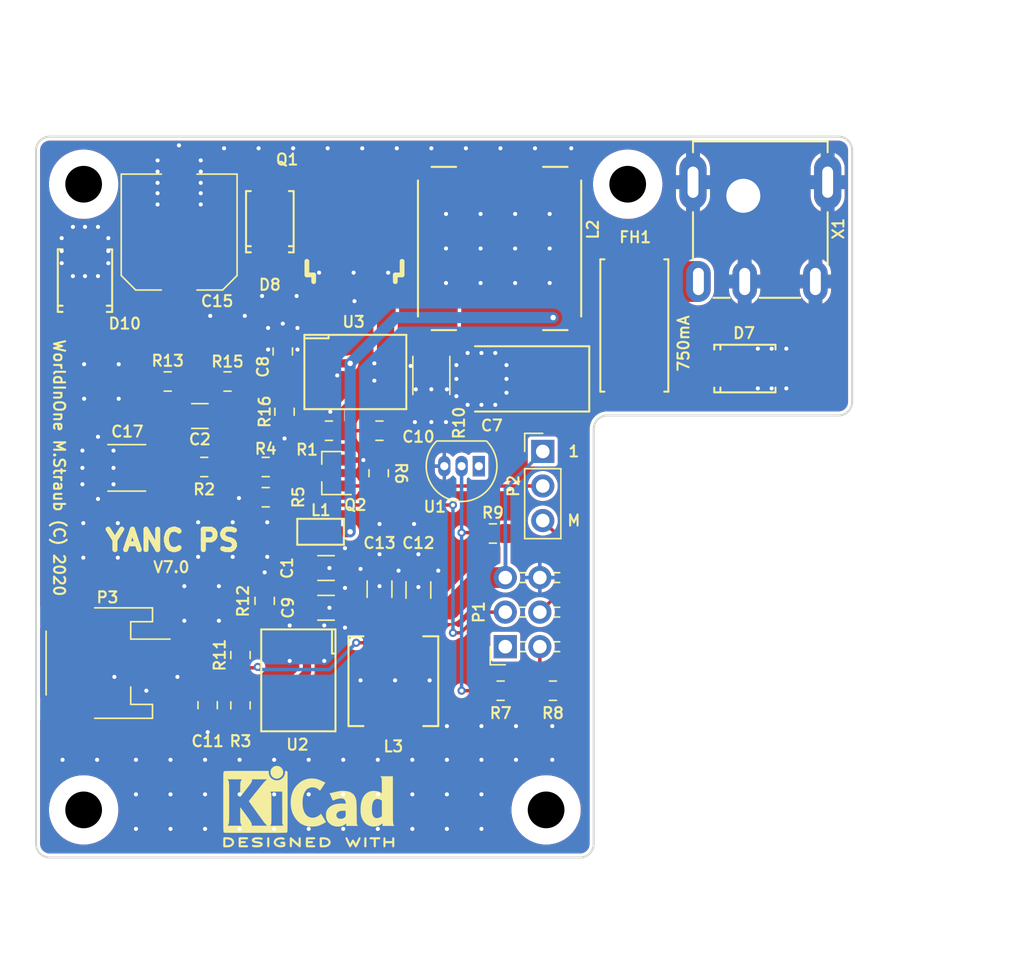
<source format=kicad_pcb>
(kicad_pcb (version 20221018) (generator pcbnew)
  (layers (0 "F.Cu" signal "Top") (31 "B.Cu" signal "Bottom") (35 "F.Paste" user) (37 "F.SilkS" user "F.Silkscreen") (38 "B.Mask" user) (39 "F.Mask" user) (44 "Edge.Cuts" user))
  (net 0 "")
  (net 1 "GND")
  (net 2 "Net-(C10-Pad1)")
  (net 3 "Net-(D8-Pad2)")
  (net 4 "Net-(FH1-Pad1)")
  (net 5 "Net-(Q1-Pad2)")
  (net 6 "Net-(Q1-Pad1)")
  (net 7 "Net-(R13-Pad1)")
  (net 8 "Net-(R2-Pad1)")
  (net 9 "/170V")
  (net 10 "/UIN")
  (net 11 "Net-(Q2-Pad3)")
  (net 12 "/HVON")
  (net 13 "/U170V")
  (net 14 "/CASETEMP")
  (net 15 "Net-(R7-Pad1)")
  (net 16 "Net-(P2-Pad2)")
  (net 17 "Net-(C2-Pad2)")
  (net 18 "/5V")
  (net 19 "Net-(U1-Pad1)")
  (net 20 "/UB")
  (net 21 "Net-(L3-Pad1)")
  (net 22 "Net-(R3-Pad2)")
  (net 23 "Net-(R11-Pad1)")
  (net 24 "Net-(C11-Pad2)")
  (net 25 "Net-(P1-Pad1)")
  (footprint "Resistor_SMD:R_0805_2012Metric" (layer "F.Cu") (at 114.8865 97.79 180)
    (fp_text reference "R4")
    (fp_text value "10K")
  )
  (footprint "Mounting_Holes:MountingHole_2.7mm_M2.5_DIN965" (layer "F.Cu") (at 101.5 77)
    (fp_text reference "MH4" hide)
    (fp_text value "Mounting_Hole")
  )
  (footprint "Resistor_SMD:R_0805_2012Metric" (layer "F.Cu") (at 119.53225 95.1215)
    (fp_text reference "R1")
    (fp_text value "22K")
  )
  (footprint "Capacitor_SMD:C_1206_3216Metric_95" (layer "F.Cu") (at 119.3195 105.2195 180)
    (fp_text reference "C1")
    (fp_text value "22µ")
  )
  (footprint "Capacitor_SMD:C_Elec_8x10.2" (layer "F.Cu") (at 108.5215 80.518 90)
    (fp_text reference "C15")
    (fp_text value "3.3µ")
  )
  (footprint "WIO_Mech:PJ-051A" (layer "F.Cu") (at 150 77.851 -90)
    (fp_text reference "X1")
    (fp_text value "PJ-051A")
  )
  (footprint "Resistor_SMD:R_0805_2012Metric" (layer "F.Cu") (at 110.363 97.79 180)
    (fp_text reference "R2")
    (fp_text value "470K")
  )
  (footprint "Resistor_SMD:R_0805_2012Metric" (layer "F.Cu") (at 113.03 111.618 -90)
    (fp_text reference "R11")
    (fp_text value "52.3K")
  )
  (footprint "Connector_PinSocket_2.54mm:PinSocket_2x03_P2.54mm_Horizontal" (layer "F.Cu") (at 132.5 111 180)
    (fp_text reference "P1")
    (fp_text value "FE03-2W")
  )
  (footprint "Capacitor_SMD:C_1206_3216Metric_95" (layer "F.Cu") (at 126.111 106.8345 -90)
    (fp_text reference "C12")
    (fp_text value "22µ")
  )
  (footprint "Resistor_SMD:R_0805_2012Metric" (layer "F.Cu") (at 113.03 115.316 -90)
    (fp_text reference "R3")
    (fp_text value "22K")
  )
  (footprint "Mounting_Holes:MountingHole_2.7mm_M2.5_DIN965" (layer "F.Cu") (at 101.5 123)
    (fp_text reference "MH1" hide)
    (fp_text value "Mounting_Hole")
  )
  (footprint "TO_SOT_Packages_SMD:SOT-23" (layer "F.Cu") (at 119.768 98.2345 180)
    (fp_text reference "Q2")
    (fp_text value "BSS138")
  )
  (footprint "Resistor_SMD:R_0805_2012Metric" (layer "F.Cu") (at 114.808 107.6325 -90)
    (fp_text reference "R12")
    (fp_text value "10K")
  )
  (footprint "TO_SOT_Packages_THT:TO-92_Inline_Narrow_Oval" (layer "F.Cu") (at 130.556 97.7265 180)
    (fp_text reference "U1")
    (fp_text value "LM335Z")
  )
  (footprint "Housings_SOIC:SOIC-8_3.9x4.9mm_Pitch1.27mm" (layer "F.Cu") (at 117.2845 113.4745 -90)
    (fp_text reference "U2")
    (fp_text value "AOZ1015AI")
  )
  (footprint "Capacitor_SMD:C_1812_4532Metric" (layer "F.Cu") (at 104.6695 97.8535 180)
    (fp_text reference "C17")
    (fp_text value "100N")
  )
  (footprint "Resistor_SMD:R_2010_5025Metric" (layer "F.Cu") (at 127.0635 91.059 -90)
    (fp_text reference "R10")
    (fp_text value "0.05E")
  )
  (footprint "Diodes_SMD:SMA_Standard" (layer "F.Cu") (at 115.189 79.756 90)
    (fp_text reference "D8")
    (fp_text value "ES1G")
  )
  (footprint "Resistor_SMD:R_0805_2012Metric" (layer "F.Cu") (at 116.2685 93.726 90)
    (fp_text reference "R16")
    (fp_text value "8.2K")
  )
  (footprint "Capacitor_SMD:C_0805_2012Metric_60" (layer "F.Cu") (at 123.24525 95.1215 180)
    (fp_text reference "C10")
    (fp_text value "100N")
  )
  (footprint "Capacitor_SMD:C_0805_2012Metric_60" (layer "F.Cu") (at 110.617 115.301 90)
    (fp_text reference "C11")
    (fp_text value "2.7N")
  )
  (footprint "Mounting_Holes:MountingHole_2.7mm_M2.5_DIN965" (layer "F.Cu") (at 135.5 123)
    (fp_text reference "MH2" hide)
    (fp_text value "Mounting_Hole")
  )
  (footprint "Diodes_SMD:SMB_Standard" (layer "F.Cu") (at 101.6 84.08416 90)
    (fp_text reference "D10")
    (fp_text value "SMBJ5388B")
  )
  (footprint "Resistor_SMD:R_0805_2012Metric" (layer "F.Cu") (at 136.002 114.2365)
    (fp_text reference "R8")
    (fp_text value "10K")
  )
  (footprint "Inductors_SMD:Inductor_0630" (layer "F.Cu") (at 124.2695 113.538 90)
    (fp_text reference "L3")
    (fp_text value "10µ")
  )
  (footprint "Capacitor_SMD:C_1206_3216Metric_95" (layer "F.Cu") (at 123.2535 106.771 -90)
    (fp_text reference "C13")
    (fp_text value "22µ")
  )
  (footprint "Resistor_SMD:R_0805_2012Metric" (layer "F.Cu") (at 107.681 91.5035 180)
    (fp_text reference "R13")
    (fp_text value "470K")
  )
  (footprint "Capacitors_Tantalum_SMD:Tantalum_Case-D_EIA-7343-31_Reflow" (layer "F.Cu") (at 133.9215 91.313 180)
    (fp_text reference "C7")
    (fp_text value "100µ")
  )
  (footprint "Diodes_SMD:SMA_Standard" (layer "F.Cu") (at 150.114 90.551)
    (fp_text reference "D7")
    (fp_text value "SS34")
  )
  (footprint "Mounting_Holes:MountingHole_2.7mm_M2.5_DIN965" (layer "F.Cu") (at 141.5 77)
    (fp_text reference "MH3" hide)
    (fp_text value "Mounting_Hole")
  )
  (footprint "Housings_SOIC:SOIC-8_3.9x4.9mm_Pitch1.27mm" (layer "F.Cu") (at 121.4755 90.805)
    (fp_text reference "U3")
    (fp_text value "MAX1771")
  )
  (footprint "Resistor_SMD:R_0805_2012Metric" (layer "F.Cu") (at 112.0775 91.5035 180)
    (fp_text reference "R15")
    (fp_text value "470K")
  )
  (footprint "Connector_JST:JST_PH_S2B-PH-SM4-TB_1x02-1MP_P2.00mm_Horizontal" (layer "F.Cu") (at 103.251 112.2045 -90)
    (fp_text reference "P3")
    (fp_text value "JSTPHMHS-2")
  )
  (footprint "Resistor_SMD:R_0805_2012Metric" (layer "F.Cu") (at 123.19 98.2495 -90)
    (fp_text reference "R6")
    (fp_text value "10K")
  )
  (footprint "Capacitor_SMD:C_1206_3216Metric_95" (layer "F.Cu") (at 119.3195 108.1405 180)
    (fp_text reference "C9")
    (fp_text value "22µ")
  )
  (footprint "Capacitor_SMD:C_1206_3216Metric_95" (layer "F.Cu") (at 110.0455 94.0435)
    (fp_text reference "C2")
    (fp_text value "100P")
  )
  (footprint "Inductors_SMD:INDC2012X110" (layer "F.Cu") (at 118.9195 102.5525 180)
    (fp_text reference "L1")
    (fp_text value "FB0805")
  )
  (footprint "Resistor_SMD:R_0805_2012Metric" (layer "F.Cu") (at 131.587 102.6795 180)
    (fp_text reference "R9")
    (fp_text value "1K")
  )
  (footprint "Capacitor_SMD:C_0805_2012Metric_60" (layer "F.Cu") (at 116.1415 89.296 90)
    (fp_text reference "C8")
    (fp_text value "100N")
  )
  (footprint "Connector_PinHeader_2.54mm:PinHeader_1x03_P2.54mm_Vertical" (layer "F.Cu") (at 135.255 96.647)
    (fp_text reference "P2")
    (fp_text value "MA03-1")
  )
  (footprint "Resistor_SMD:R_0805_2012Metric" (layer "F.Cu") (at 132.1585 114.2365)
    (fp_text reference "R7")
    (fp_text value "15K")
  )
  (footprint "Inductors_SMD:CDRH127" (layer "F.Cu") (at 132.08 81.7245 180)
    (fp_text reference "L2")
    (fp_text value "100µ")
  )
  (footprint "Symbol:KiCad-Logo2_5mm_SilkScreen" (layer "F.Cu") (at 118.0465 122.7455)
    (fp_text reference "REF**" hide)
    (fp_text value "KiCad-Logo2_5mm_SilkScreen" hide)
  )
  (footprint "Housings_TO_SOT_SMD:TO-252" (layer "F.Cu") (at 121.412 82.167 90)
    (fp_text reference "Q1")
    (fp_text value "FQD18N20")
  )
  (footprint "Resistor_SMD:R_0805_2012Metric" (layer "F.Cu") (at 114.8865 100.0125)
    (fp_text reference "R5")
    (fp_text value "3.9K")
  )
  (footprint "Fuse_Holders_and_Fuses:Littelfuse_Nano2_1808_Fuse_Holder_SMD" (layer "F.Cu") (at 141.986 87.386 -90)
    (fp_text reference "FH1")
    (fp_text value "FH1808")
  )
  (gr_line (start 158 93) (end 158 74.5) (stroke (width 0.15)) (layer "Edge.Cuts"))
  (gr_line (start 157 73.5) (end 99 73.5) (stroke (width 0.1524)) (layer "Edge.Cuts"))
  (gr_arc (start 157 73.5) (mid 157.707107 73.792893) (end 158 74.5) (stroke (width 0.1524)) (layer "Edge.Cuts"))
  (gr_line (start 140 94) (end 157 94) (stroke (width 0.1524)) (layer "Edge.Cuts"))
  (gr_arc (start 139 95) (mid 139.292893 94.292893) (end 140 94) (stroke (width 0.15)) (layer "Edge.Cuts"))
  (gr_line (start 138 126.5) (end 99 126.5) (stroke (width 0.1524)) (layer "Edge.Cuts"))
  (gr_arc (start 99 126.5) (mid 98.292893 126.207107) (end 98 125.5) (stroke (width 0.15)) (layer "Edge.Cuts"))
  (gr_arc (start 139 125.5) (mid 138.707107 126.207107) (end 138 126.5) (stroke (width 0.15)) (layer "Edge.Cuts"))
  (gr_arc (start 98 74.5) (mid 98.292893 73.792893) (end 99 73.5) (stroke (width 0.15)) (layer "Edge.Cuts"))
  (gr_line (start 139 125.5) (end 139 95) (stroke (width 0.1524)) (layer "Edge.Cuts"))
  (gr_line (start 98 74.5) (end 98 125.5) (stroke (width 0.1524)) (layer "Edge.Cuts"))
  (gr_arc (start 158 93) (mid 157.707107 93.707107) (end 157 94) (stroke (width 0.15)) (layer "Edge.Cuts"))
  (gr_text "YANC PS" (at 108.0135 103.1875) (layer "F.SilkS") (effects (font (size 1.5 1.5) (thickness 0.375))))
  (gr_text "1" (at 137.541 96.647) (layer "F.SilkS") (effects (font (size 0.8128 0.8128) (thickness 0.1524))))
  (gr_text "M" (at 137.541 101.727) (layer "F.SilkS") (effects (font (size 0.8128 0.8128) (thickness 0.1524))))
  (gr_text "WorldInOne M.Straub (C) 2020" (at 99.695 97.8535 270) (layer "F.SilkS") (effects (font (size 0.8128 0.8128) (thickness 0.1524))))
  (gr_text "V7.0" (at 107.95 105.156) (layer "F.SilkS") (effects (font (size 0.8128 0.8128) (thickness 0.1524))))
  (gr_text "750mA" (at 145.6055 88.7095 90) (layer "F.SilkS") (effects (font (size 0.8128 0.8128) (thickness 0.1524))))
  (segment (start 100.711 83.7565) (end 100.711 80.137) (width 0.4064) (layer "F.Cu") (net 1))
  (segment (start 108.5088 74.1426) (end 108.5088 76.9053) (width 0.4064) (layer "F.Cu") (net 1))
  (segment (start 115.8575 88.3585) (end 115.062 89.154) (width 0.4064) (layer "F.Cu") (net 1))
  (segment (start 153.0985 90.551) (end 152.11298 90.551) (width 0.4064) (layer "F.Cu") (net 1))
  (segment (start 99.8855 81.915) (end 101.57968 81.915) (width 0.4064) (layer "F.Cu") (net 1))
  (segment (start 116.4255 88.3585) (end 117.221 89.154) (width 0.4064) (layer "F.Cu") (net 1))
  (segment (start 115.854 88.3585) (end 115.062 87.5665) (width 0.4064) (layer "F.Cu") (net 1))
  (segment (start 120.7135 106.68) (end 120.7135 108.1345) (width 0.4064) (layer "F.Cu") (net 1))
  (segment (start 132.588 90.297) (end 131.7625 90.297) (width 0.4064) (layer "F.Cu") (net 1))
  (segment (start 106.934 77.6605) (end 110.109 77.6605) (width 0.4064) (layer "F.Cu") (net 1))
  (segment (start 127.0635 93.309) (end 127.0635 94.488) (width 0.4064) (layer "F.Cu") (net 1))
  (segment (start 153.162 90.551) (end 152.11298 90.551) (width 0.4064) (layer "F.Cu") (net 1))
  (segment (start 129.7305 93.218) (end 129.7305 92.329) (width 0.4064) (layer "F.Cu") (net 1))
  (segment (start 106.934 78.486) (end 110.109 78.486) (width 0.4064) (layer "F.Cu") (net 1))
  (segment (start 129.7305 89.408) (end 129.7305 90.297) (width 0.4064) (layer "F.Cu") (net 1))
  (segment (start 126.111 106.6165) (end 126.111 105.4345) (width 0.4064) (layer "F.Cu") (net 1))
  (segment (start 121.8565 105.283) (end 123.1655 105.283) (width 0.4064) (layer "F.Cu") (net 1))
  (segment (start 119.1895 110.7745) (end 119.1895 112.0445) (width 0.4064) (layer "F.Cu") (net 1))
  (segment (start 125.8525 94.488) (end 125.8845 94.488) (width 0.4064) (layer "F.Cu") (net 1))
  (segment (start 119.5705 108.1405) (end 120.7195 108.1405) (width 0.4064) (layer "F.Cu") (net 1))
  (segment (start 128.1385 94.488) (end 128.1385 94.384) (width 0.4064) (layer "F.Cu") (net 1))
  (segment (start 110.109 76.8985) (end 108.541 76.8985) (width 0.4064) (layer "F.Cu") (net 1))
  (segment (start 101.6 83.7565) (end 101.6 81.93532) (width 0.4064) (layer "F.Cu") (net 1))
  (segment (start 103.3145 82.804) (end 99.8855 82.804) (width 0.4064) (layer "F.Cu") (net 1))
  (segment (start 116.1415 87.249) (end 116.1415 88.3585) (width 0.4064) (layer "F.Cu") (net 1))
  (segment (start 120.9205 97.282) (end 122.06761 97.282) (width 0.4064) (layer "F.Cu") (net 1))
  (segment (start 124.1755 90.17) (end 125.349 90.17) (width 0.4064) (layer "F.Cu") (net 1))
  (segment (start 103.3145 81.915) (end 101.62032 81.915) (width 0.4064) (layer "F.Cu") (net 1))
  (segment (start 112.918 100.076) (end 113.8855 100.076) (width 0.4064) (layer "F.Cu") (net 1))
  (segment (start 127.0635 93.309) (end 127.0635 92.075) (width 0.4064) (layer "F.Cu") (net 1))
  (segment (start 106.934 75.2475) (end 110.109 75.2475) (width 0.4064) (layer "F.Cu") (net 1))
  (segment (start 153.162 92.0115) (end 153.162 90.6145) (width 0.4064) (layer "F.Cu") (net 1))
  (segment (start 116.6495 109.441) (end 116.6495 110.7745) (width 0.4064) (layer "F.Cu") (net 1))
  (segment (start 106.934 76.073) (end 110.109 76.073) (width 0.4064) (layer "F.Cu") (net 1))
  (segment (start 127.5715 105.41) (end 126.1355 105.41) (width 0.4064) (layer "F.Cu") (net 1))
  (segment (start 125.349 90.17) (end 125.5395 90.3605) (width 0.4064) (layer "F.Cu") (net 1))
  (segment (start 101.4095 96.5835) (end 103.6955 96.5835) (width 0.4064) (layer "F.Cu") (net 1))
  (segment (start 120.7195 105.2195) (end 121.793 105.2195) (width 0.4064) (layer "F.Cu") (net 1))
  (segment (start 120.7135 103.759) (end 120.7135 105.2135) (width 0.4064) (layer "F.Cu") (net 1))
  (segment (start 128.2065 92.166) (end 127.0635 93.309) (width 0.4064) (layer "F.Cu") (net 1))
  (segment (start 151.0665 89.0905) (end 151.0665 90.551) (width 0.4064) (layer "F.Cu") (net 1))
  (segment (start 120.7135 109.601) (end 120.7135 108.1465) (width 0.4064) (layer "F.Cu") (net 1))
  (segment (start 103.759 113.2205) (end 108.3945 113.2205) (width 0.4064) (layer "F.Cu") (net 1))
  (segment (start 120.7135 106.68) (end 120.7135 105.2255) (width 0.4064) (layer "F.Cu") (net 1))
  (segment (start 122.8725 91.44) (end 124.1755 91.44) (width 0.4064) (layer "F.Cu") (net 1))
  (segment (start 125.9205 92.166) (end 127.0635 93.309) (width 0.4064) (layer "F.Cu") (net 1))
  (segment (start 125.8845 94.488) (end 127.0635 93.309) (width 0.4064) (layer "F.Cu") (net 1))
  (segment (start 103.3145 80.9625) (end 99.8855 80.9625) (width 0.4064) (layer "F.Cu") (net 1))
  (segment (start 110.617 117.2845) (end 110.617 116.2385) (width 0.4064) (layer "F.Cu") (net 1))
  (segment (start 102.5525 95.5675) (end 102.5525 100.1395) (width 0.4064) (layer "F.Cu") (net 1))
  (segment (start 114.808 105.537) (end 114.808 106.695) (width 0.4064) (layer "F.Cu") (net 1))
  (segment (start 124.1755 91.44) (end 125.857 91.44) (width 0.4064) (layer "F.Cu") (net 1))
  (segment (start 128.905 91.313) (end 130.7465 91.313) (width 0.4064) (layer "F.Cu") (net 1))
  (segment (start 128.2065 92.078999) (end 128.2065 92.166) (width 0.4064) (layer "F.Cu") (net 1))
  (segment (start 152.0825 92.0115) (end 152.0825 90.58148) (width 0.4064) (layer "F.Cu") (net 1))
  (segment (start 152.0825 89.0905) (end 152.0825 90.52052) (width 0.4064) (layer "F.Cu") (net 1))
  (segment (start 153.162 89.0905) (end 153.162 90.551) (width 0.4064) (layer "F.Cu") (net 1))
  (segment (start 151.0665 90.551) (end 152.11298 90.551) (width 0.4064) (layer "F.Cu") (net 1))
  (segment (start 123.2535 106.553) (end 123.2535 105.371) (width 0.4064) (layer "F.Cu") (net 1))
  (segment (start 130.7465 93.218) (end 130.7465 91.313) (width 0.4064) (layer "F.Cu") (net 1))
  (segment (start 132.588 92.329) (end 131.7625 92.329) (width 0.4064) (layer "F.Cu") (net 1))
  (segment (start 116.6495 110.7745) (end 116.6495 112.0445) (width 0.4064) (layer "F.Cu") (net 1))
  (segment (start 153.162 90.6145) (end 153.0985 90.551) (width 0.4064) (layer "F.Cu") (net 1))
  (segment (start 132.588 91.313) (end 130.7465 91.313) (width 0.4064) (layer "F.Cu") (net 1))
  (segment (start 131.7625 93.218) (end 131.7625 92.329) (width 0.4064) (layer "F.Cu") (net 1))
  (segment (start 119.5705 105.2195) (end 120.7195 105.2195) (width 0.4064) (layer "F.Cu") (net 1))
  (segment (start 125.9205 91.5035) (end 125.9205 92.078999) (width 0.4064) (layer "F.Cu") (net 1))
  (segment (start 123.2535 104.2035) (end 123.2535 105.371) (width 0.4064) (layer "F.Cu") (net 1))
  (segment (start 128.905 92.583) (end 129.4765 92.583) (width 0.4064) (layer "F.Cu") (net 1))
  (segment (start 128.905 90.297) (end 129.7305 90.297) (width 0.4064) (layer "F.Cu") (net 1))
  (segment (start 125.9205 92.078999) (end 125.9205 92.166) (width 0.4064) (layer "F.Cu") (net 1))
  (segment (start 124.6505 105.41) (end 126.0865 105.41) (width 0.4064) (layer "F.Cu") (net 1))
  (segment (start 125.857 91.44) (end 125.9205 91.5035) (width 0.4064) (layer "F.Cu") (net 1))
  (segment (start 151.0665 92.0115) (end 151.0665 90.551) (width 0.4064) (layer "F.Cu") (net 1))
  (segment (start 106.934 76.8985) (end 108.502 76.8985) (width 0.4064) (layer "F.Cu") (net 1))
  (segment (start 129.4765 92.583) (end 131.7625 90.297) (width 0.4064) (layer "F.Cu") (net 1))
  (segment (start 102.5525 83.7565) (end 102.5525 80.137) (width 0.4064) (layer "F.Cu") (net 1))
  (segment (start 101.4095 97.8535) (end 103.6955 97.8535) (width 0.4064) (layer "F.Cu") (net 1))
  (segment (start 101.4095 99.06) (end 103.6955 99.06) (width 0.4064) (layer "F.Cu") (net 1))
  (segment (start 106.1085 114.2365) (end 106.1085 113.212) (width 0.4064) (layer "F.Cu") (net 1))
  (segment (start 124.6505 105.41) (end 123.2925 105.41) (width 0.4064) (layer "F.Cu") (net 1))
  (segment (start 128.1385 94.384) (end 127.0635 93.309) (width 0.4064) (layer "F.Cu") (net 1))
  (segment (start 126.111 104.2035) (end 126.111 105.4345) (width 0.4064) (layer "F.Cu") (net 1))
  (segment (start 122.8725 90.17) (end 124.1755 90.17) (width 0.4064) (layer "F.Cu") (net 1))
  (segment (start 116.429 88.3585) (end 117.221 87.5665) (width 0.4064) (layer "F.Cu") (net 1))
  (segment (start 130.7465 89.408) (end 130.7465 91.313) (width 0.4064) (layer "F.Cu") (net 1))
  (segment (start 101.6 80.137) (end 101.6 81.93532) (width 0.4064) (layer "F.Cu") (net 1))
  (segment (start 119.1895 109.441) (end 119.1895 110.7745) (width 0.4064) (layer "F.Cu") (net 1))
  (segment (start 121.793 105.2195) (end 121.8565 105.283) (width 0.4064) (layer "F.Cu") (net 1))
  (via (at 110.4265 121.8565) (size 0.6) (drill 0.3) (layers "F.Cu" "B.Cu") (net 1))
  (via (at 102.5525 100.1395) (size 0.6) (drill 0.3) (layers "F.Cu" "B.Cu") (net 1))
  (via (at 118.0465 121.8565) (size 0.6) (drill 0.3) (layers "F.Cu" "B.Cu") (net 1))
  (via (at 122.06761 97.282) (size 0.6) (drill 0.3) (layers "F.Cu" "B.Cu") (net 1))
  (via (at 108.3945 113.2205) (size 0.6) (drill 0.3) (layers "F.Cu" "B.Cu") (net 1))
  (via (at 102.489 119.3165) (size 0.6) (drill 0.3) (layers "F.Cu" "B.Cu") (net 1))
  (via (at 110.109 77.6605) (size 0.6) (drill 0.3) (layers "F.Cu" "B.Cu") (net 1))
  (via (at 124.6505 105.41) (size 0.6) (drill 0.3) (layers "F.Cu" "B.Cu") (net 1))
  (via (at 123.1265 121.8565) (size 0.6) (drill 0.3) (layers "F.Cu" "B.Cu") (net 1))
  (via (at 104.0765 92.7735) (size 0.6) (drill 0.3) (layers "F.Cu" "B.Cu") (net 1))
  (via (at 116.6495 109.441) (size 0.6) (drill 0.3) (layers "F.Cu" "B.Cu") (net 1))
  (via (at 124.5235 74.3585) (size 0.6) (drill 0.3) (layers "F.Cu" "B.Cu") (net 1))
  (via (at 124.3965 113.4745) (size 0.6) (drill 0.3) (layers "F.Cu" "B.Cu") (net 1))
  (via (at 109.9185 101.854) (size 0.6) (drill 0.3) (layers "F.Cu" "B.Cu") (net 1))
  (via (at 126.111 106.6165) (size 0.6) (drill 0.3) (layers "F.Cu" "B.Cu") (net 1))
  (via (at 102.5525 83.7565) (size 0.6) (drill 0.3) (layers "F.Cu" "B.Cu") (net 1))
  (via (at 110.109 76.073) (size 0.6) (drill 0.3) (layers "F.Cu" "B.Cu") (net 1))
  (via (at 133.223 81.7245) (size 0.6) (drill 0.3) (layers "F.Cu" "B.Cu") (net 1))
  (via (at 114.808 105.537) (size 0.6) (drill 0.3) (layers "F.Cu" "B.Cu") (net 1))
  (via (at 112.9665 121.8565) (size 0.6) (drill 0.3) (layers "F.Cu" "B.Cu") (net 1))
  (via (at 114.9985 101.854) (size 0.6) (drill 0.3) (layers "F.Cu" "B.Cu") (net 1))
  (via (at 103.6955 97.8535) (size 0.6) (drill 0.3) (layers "F.Cu" "B.Cu") (net 1))
  (via (at 152.0825 92.0115) (size 0.6) (drill 0.3) (layers "F.Cu" "B.Cu") (net 1))
  (via (at 128.2065 121.8565) (size 0.6) (drill 0.3) (layers "F.Cu" "B.Cu") (net 1))
  (via (at 153.162 89.0905) (size 0.6) (drill 0.3) (layers "F.Cu" "B.Cu") (net 1))
  (via (at 126.111 104.2035) (size 0.6) (drill 0.3) (layers "F.Cu" "B.Cu") (net 1))
  (via (at 119.4435 74.3585) (size 0.6) (drill 0.3) (layers "F.Cu" "B.Cu") (net 1))
  (via (at 100.711 83.7565) (size 0.6) (drill 0.3) (layers "F.Cu" "B.Cu") (net 1))
  (via (at 101.6 83.7565) (size 0.6) (drill 0.3) (layers "F.Cu" "B.Cu") (net 1))
  (via (at 126.9365 113.4745) (size 0.6) (drill 0.3) (layers "F.Cu" "B.Cu") (net 1))
  (via (at 131.7625 89.408) (size 0.6) (drill 0.3) (layers "F.Cu" "B.Cu") (net 1))
  (via (at 119.1895 109.441) (size 0.6) (drill 0.3) (layers "F.Cu" "B.Cu") (net 1))
  (via (at 119.1895 112.0445) (size 0.6) (drill 0.3) (layers "F.Cu" "B.Cu") (net 1))
  (via (at 123.8885 83.5025) (size 0.6) (drill 0.3) (layers "F.Cu" "B.Cu") (net 1))
  (via (at 110.617 117.2845) (size 0.6) (drill 0.3) (layers "F.Cu" "B.Cu") (net 1))
  (via (at 123.2535 104.2035) (size 0.6) (drill 0.3) (layers "F.Cu" "B.Cu") (net 1))
  (via (at 127.0635 92.075) (size 0.6) (drill 0.3) (layers "F.Cu" "B.Cu") (net 1))
  (via (at 125.8525 94.488) (size 0.6) (drill 0.3) (layers "F.Cu" "B.Cu") (net 1))
  (via (at 110.4265 119.3165) (size 0.6) (drill 0.3) (layers "F.Cu" "B.Cu") (net 1))
  (via (at 114.6175 85.217) (size 0.6) (drill 0.3) (layers "F.Cu" "B.Cu") (net 1))
  (via (at 104.013 104.4575) (size 0.6) (drill 0.3) (layers "F.Cu" "B.Cu") (net 1))
  (via (at 128.143 81.7245) (size 0.6) (drill 0.3) (layers "F.Cu" "B.Cu") (net 1))
  (via (at 103.3145 82.804) (size 0.6) (drill 0.3) (layers "F.Cu" "B.Cu") (net 1))
  (via (at 135.9535 116.84) (size 0.6) (drill 0.3) (layers "F.Cu" "B.Cu") (net 1))
  (via (at 118.8085 83.5025) (size 0.6) (drill 0.3) (layers "F.Cu" "B.Cu") (net 1))
  (via (at 135.763 84.2645) (size 0.6) (drill 0.3) (layers "F.Cu" "B.Cu") (net 1))
  (via (at 106.934 75.2475) (size 0.6) (drill 0.3) (layers "F.Cu" "B.Cu") (net 1))
  (via (at 106.934 76.8985) (size 0.6) (drill 0.3) (layers "F.Cu" "B.Cu") (net 1))
  (via (at 119.5705 108.1405) (size 0.6) (drill 0.3) (layers "F.Cu" "B.Cu") (net 1))
  (via (at 116.6495 112.0445) (size 0.6) (drill 0.3) (layers "F.Cu" "B.Cu") (net 1))
  (via (at 103.759 113.2205) (size 0.6) (drill 0.3) (layers "F.Cu" "B.Cu") (net 1))
  (via (at 121.3485 83.5025) (size 0.6) (drill 0.3) (layers "F.Cu" "B.Cu") (net 1))
  (via (at 115.5065 121.8565) (size 0.6) (drill 0.3) (layers "F.Cu" "B.Cu") (net 1))
  (via (at 103.6955 96.5835) (size 0.6) (drill 0.3) (layers "F.Cu" "B.Cu") (net 1))
  (via (at 107.8865 119.3165) (size 0.6) (drill 0.3) (layers "F.Cu" "B.Cu") (net 1))
  (via (at 130.7465 93.218) (size 0.6) (drill 0.3) (layers "F.Cu" "B.Cu") (net 1))
  (via (at 127.0635 94.488) (size 0.6) (drill 0.3) (layers "F.Cu" "B.Cu") (net 1))
  (via (at 122.8725 91.44) (size 0.6) (drill 0.3) (layers "F.Cu" "B.Cu") (net 1))
  (via (at 121.412 85.598) (size 0.6) (drill 0.3) (layers "F.Cu" "B.Cu") (net 1))
  (via (at 130.7465 121.8565) (size 0.6) (drill 0.3) (layers "F.Cu" "B.Cu") (net 1))
  (via (at 133.223 84.2645) (size 0.6) (drill 0.3) (layers "F.Cu" "B.Cu") (net 1))
  (via (at 102.5525 95.5675) (size 0.6) (drill 0.3) (layers "F.Cu" "B.Cu") (net 1))
  (via (at 120.5865 124.3965) (size 0.6) (drill 0.3) (layers "F.Cu" "B.Cu") (net 1))
  (via (at 128.905 91.313) (size 0.6) (drill 0.3) (layers "F.Cu" "B.Cu") (net 1))
  (via (at 99.8855 81.915) (size 0.6) (drill 0.3) (layers "F.Cu" "B.Cu") (net 1))
  (via (at 105.3465 124.3965) (size 0.6) (drill 0.3) (layers "F.Cu" "B.Cu") (net 1))
  (via (at 132.1435 74.3585) (size 0.6) (drill 0.3) (layers "F.Cu" "B.Cu") (net 1))
  (via (at 128.2065 116.84) (size 0.6) (drill 0.3) (layers "F.Cu" "B.Cu") (net 1))
  (via (at 110.109 76.8985) (size 0.6) (drill 0.3) (layers "F.Cu" "B.Cu") (net 1))
  (via (at 101.473 104.4575) (size 0.6) (drill 0.3) (layers "F.Cu" "B.Cu") (net 1))
  (via (at 125.6665 119.3165) (size 0.6) (drill 0.3) (layers "F.Cu" "B.Cu") (net 1))
  (via (at 114.9985 104.394) (size 0.6) (drill 0.3) (layers "F.Cu" "B.Cu") (net 1))
  (via (at 103.3145 81.915) (size 0.6) (drill 0.3) (layers "F.Cu" "B.Cu") (net 1))
  (via (at 105.3465 121.8565) (size 0.6) (drill 0.3) (layers "F.Cu" "B.Cu") (net 1))
  (via (at 111.4425 106.553) (size 0.6) (drill 0.3) (layers "F.Cu" "B.Cu") (net 1))
  (via (at 106.934 76.073) (size 0.6) (drill 0.3) (layers "F.Cu" "B.Cu") (net 1))
  (via (at 108.5088 74.1426) (size 0.6) (drill 0.3) (layers "F.Cu" "B.Cu") (net 1))
  (via (at 117.1575 85.217) (size 0.6) (drill 0.3) (layers "F.Cu" "B.Cu") (net 1))
  (via (at 119.634 93.726) (size 0.6) (drill 0.3) (layers "F.Cu" "B.Cu") (net 1))
  (via (at 104.013 101.9175) (size 0.6) (drill 0.3) (layers "F.Cu" "B.Cu") (net 1))
  (via (at 125.9205 92.078999) (size 0.6) (drill 0.3) (layers "F.Cu" "B.Cu") (net 1))
  (via (at 125.5395 90.3605) (size 0.6) (drill 0.3) (layers "F.Cu" "B.Cu") (net 1))
  (via (at 128.143 79.1845) (size 0.6) (drill 0.3) (layers "F.Cu" "B.Cu") (net 1))
  (via (at 117.221 87.5665) (size 0.6) (drill 0.3) (layers "F.Cu" "B.Cu") (net 1))
  (via (at 119.5705 105.2195) (size 0.6) (drill 0.3) (layers "F.Cu" "B.Cu") (net 1))
  (via (at 125.6665 121.8565) (size 0.6) (drill 0.3) (layers "F.Cu" "B.Cu") (net 1))
  (via (at 128.2065 119.3165) (size 0.6) (drill 0.3) (layers "F.Cu" "B.Cu") (net 1))
  (via (at 128.143 84.2645) (size 0.6) (drill 0.3) (layers "F.Cu" "B.Cu") (net 1))
  (via (at 111.4425 109.093) (size 0.6) (drill 0.3) (layers "F.Cu" "B.Cu") (net 1))
  (via (at 130.7465 116.84) (size 0.6) (drill 0.3) (layers "F.Cu" "B.Cu") (net 1))
  (via (at 120.7135 109.601) (size 0.6) (drill 0.3) (layers "F.Cu" "B.Cu") (net 1))
  (via (at 101.5365 90.2335) (size 0.6) (drill 0.3) (layers "F.Cu" "B.Cu") (net 1))
  (via (at 109.9185 104.394) (size 0.6) (drill 0.3) (layers "F.Cu" "B.Cu") (net 1))
  (via (at 101.5365 92.7735) (size 0.6) (drill 0.3) (layers "F.Cu" "B.Cu") (net 1))
  (via (at 115.5065 119.3165) (size 0.6) (drill 0.3) (layers "F.Cu" "B.Cu") (net 1))
  (via (at 133.2865 119.3165) (size 0.6) (drill 0.3) (layers "F.Cu" "B.Cu") (net 1))
  (via (at 130.683 84.2645) (size 0.6) (drill 0.3) (layers "F.Cu" "B.Cu") (net 1))
  (via (at 121.8565 113.4745) (size 0.6) (drill 0.3) (layers "F.Cu" "B.Cu") (net 1))
  (via (at 121.9835 74.3585) (size 0.6) (drill 0.3) (layers "F.Cu" "B.Cu") (net 1))
  (via (at 112.4585 101.854) (size 0.6) (drill 0.3) (layers "F.Cu" "B.Cu") (net 1))
  (via (at 101.6 80.137) (size 0.6) (drill 0.3) (layers "F.Cu" "B.Cu") (net 1))
  (via (at 130.7465 124.3965) (size 0.6) (drill 0.3) (layers "F.Cu" "B.Cu") (net 1))
  (via (at 128.2065 124.3965) (size 0.6) (drill 0.3) (layers "F.Cu" "B.Cu") (net 1))
  (via (at 132.588 91.313) (size 0.6) (drill 0.3) (layers "F.Cu" "B.Cu") (net 1))
  (via (at 123.2535 106.553) (size 0.6) (drill 0.3) (layers "F.Cu" "B.Cu") (net 1))
  (via (at 102.5525 80.137) (size 0.6) (drill 0.3) (layers "F.Cu" "B.Cu") (net 1))
  (via (at 112.918 100.076) (size 0.6) (drill 0.3) (layers "F.Cu" "B.Cu") (net 1))
  (via (at 133.223 79.1845) (size 0.6) (drill 0.3) (layers "F.Cu" "B.Cu") (net 1))
  (via (at 130.7465 119.3165) (size 0.6) (drill 0.3) (layers "F.Cu" "B.Cu") (net 1))
  (via (at 137.3505 74.3585) (size 0.6) (drill 0.3) (layers "F.Cu" "B.Cu") (net 1))
  (via (at 120.7135 106.68) (size 0.6) (drill 0.3) (layers "F.Cu" "B.Cu") (net 1))
  (via (at 106.934 77.6605) (size 0.6) (drill 0.3) (layers "F.Cu" "B.Cu") (net 1))
  (via (at 113.3475 86.6775) (size 0.6) (drill 0.3) (layers "F.Cu" "B.Cu") (net 1))
  (via (at 152.0825 89.0905) (size 0.6) (drill 0.3) (layers "F.Cu" "B.Cu") (net 1))
  (via (at 123.1265 119.3165) (size 0.6) (drill 0.3) (layers "F.Cu" "B.Cu") (net 1))
  (via (at 111.8235 74.3585) (size 0.6) (drill 0.3) (layers "F.Cu" "B.Cu") (net 1))
  (via (at 120.5865 119.3165) (size 0.6) (drill 0.3) (layers "F.Cu" "B.Cu") (net 1))
  (via (at 130.683 81.7245) (size 0.6) (drill 0.3) (layers "F.Cu" "B.Cu") (net 1))
  (via (at 120.5865 121.8565) (size 0.6) (drill 0.3) (layers "F.Cu" "B.Cu") (net 1))
  (via (at 130.683 79.1845) (size 0.6) (drill 0.3) (layers "F.Cu" "B.Cu") (net 1))
  (via (at 101.4095 99.06) (size 0.6) (drill 0.3) (layers "F.Cu" "B.Cu") (net 1))
  (via (at 99.8855 82.804) (size 0.6) (drill 0.3) (layers "F.Cu" "B.Cu") (net 1))
  (via (at 112.9665 119.3165) (size 0.6) (drill 0.3) (layers "F.Cu" "B.Cu") (net 1))
  (via (at 116.9035 74.3585) (size 0.6) (drill 0.3) (layers "F.Cu" "B.Cu") (net 1))
  (via (at 103.3145 80.9625) (size 0.6) (drill 0.3) (layers "F.Cu" "B.Cu") (net 1))
  (via (at 118.0465 119.3165) (size 0.6) (drill 0.3) (layers "F.Cu" "B.Cu") (net 1))
  (via (at 106.934 78.486) (size 0.6) (drill 0.3) (layers "F.Cu" "B.Cu") (net 1))
  (via (at 121.8565 105.283) (size 0.6) (drill 0.3) (layers "F.Cu" "B.Cu") (net 1))
  (via (at 131.7625 93.218) (size 0.6) (drill 0.3) (layers "F.Cu" "B.Cu") (net 1))
  (via (at 134.6835 74.3585) (size 0.6) (drill 0.3) (layers "F.Cu" "B.Cu") (net 1))
  (via (at 133.2865 116.84) (size 0.6) (drill 0.3) (layers "F.Cu" "B.Cu") (net 1))
  (via (at 105.3465 119.3165) (size 0.6) (drill 0.3) (layers "F.Cu" "B.Cu") (net 1))
  (via (at 115.062 87.5665) (size 0.6) (drill 0.3) (layers "F.Cu" "B.Cu") (net 1))
  (via (at 132.588 92.329) (size 0.6) (drill 0.3) (layers "F.Cu" "B.Cu") (net 1))
  (via (at 110.4265 124.3965) (size 0.6) (drill 0.3) (layers "F.Cu" "B.Cu") (net 1))
  (via (at 129.7305 93.218) (size 0.6) (drill 0.3) (layers "F.Cu" "B.Cu") (net 1))
  (via (at 135.9535 119.3165) (size 0.6) (drill 0.3) (layers "F.Cu" "B.Cu") (net 1))
  (via (at 117.221 89.154) (size 0.6) (drill 0.3) (layers "F.Cu" "B.Cu") (net 1))
  (via (at 151.0665 89.0905) (size 0.6) (drill 0.3) (layers "F.Cu" "B.Cu") (net 1))
  (via (at 120.7135 103.759) (size 0.6) (drill 0.3) (layers "F.Cu" "B.Cu") (net 1))
  (via (at 99.8855 80.9625) (size 0.6) (drill 0.3) (layers "F.Cu" "B.Cu") (net 1))
  (via (at 128.905 90.297) (size 0.6) (drill 0.3) (layers "F.Cu" "B.Cu") (net 1))
  (via (at 107.8865 124.3965) (size 0.6) (drill 0.3) (layers "F.Cu" "B.Cu") (net 1))
  (via (at 110.109 75.2475) (size 0.6) (drill 0.3) (layers "F.Cu" "B.Cu") (net 1))
  (via (at 118.0465 124.3965) (size 0.6) (drill 0.3) (layers "F.Cu" "B.Cu") (net 1))
  (via (at 130.7465 89.408) (size 0.6) (drill 0.3) (layers "F.Cu" "B.Cu") (net 1))
  (via (at 112.4585 104.394) (size 0.6) (drill 0.3) (layers "F.Cu" "B.Cu") (net 1))
  (via (at 122.8725 90.17) (size 0.6) (drill 0.3) (layers "F.Cu" "B.Cu") (net 1))
  (via (at 114.3635 74.3585) (size 0.6) (drill 0.3) (layers "F.Cu" "B.Cu") (net 1))
  (via (at 107.8865 121.8565) (size 0.6) (drill 0.3) (layers "F.Cu" "B.Cu") (net 1))
  (via (at 125.6665 124.3965) (size 0.6) (drill 0.3) (layers "F.Cu" "B.Cu") (net 1))
  (via (at 106.1085 114.2365) (size 0.6) (drill 0.3) (layers "F.Cu" "B.Cu") (net 1))
  (via (at 101.4095 96.5835) (size 0.6) (drill 0.3) (layers "F.Cu" "B.Cu") (net 1))
  (via (at 99.949 119.3165) (size 0.6) (drill 0.3) (layers "F.Cu" "B.Cu") (net 1))
  (via (at 123.1265 124.3965) (size 0.6) (drill 0.3) (layers "F.Cu" "B.Cu") (net 1))
  (via (at 153.162 92.0115) (size 0.6) (drill 0.3) (layers "F.Cu" "B.Cu") (net 1))
  (via (at 129.7305 89.408) (size 0.6) (drill 0.3) (layers "F.Cu" "B.Cu") (net 1))
  (via (at 135.763 79.1845) (size 0.6) (drill 0.3) (layers "F.Cu" "B.Cu") (net 1))
  (via (at 100.711 80.137) (size 0.6) (drill 0.3) (layers "F.Cu" "B.Cu") (net 1))
  (via (at 127.0635 74.3585) (size 0.6) (drill 0.3) (layers "F.Cu" "B.Cu") (net 1))
  (via (at 128.2065 92.078999) (size 0.6) (drill 0.3) (layers "F.Cu" "B.Cu") (net 1))
  (via (at 116.2685 95.6945) (size 0.6) (drill 0.3) (layers "F.Cu" "B.Cu") (net 1))
  (via (at 151.0665 92.0115) (size 0.6) (drill 0.3) (layers "F.Cu" "B.Cu") (net 1))
  (via (at 125.7935 101.981) (size 0.6) (drill 0.3) (layers "F.Cu" "B.Cu") (net 1))
  (via (at 127.5715 105.41) (size 0.6) (drill 0.3) (layers "F.Cu" "B.Cu") (net 1))
  (via (at 101.473 101.9175) (size 0.6) (drill 0.3) (layers "F.Cu" "B.Cu") (net 1))
  (via (at 132.588 90.297) (size 0.6) (drill 0.3) (layers "F.Cu" "B.Cu") (net 1))
  (via (at 112.9665 124.3965) (size 0.6) (drill 0.3) (layers "F.Cu" "B.Cu") (net 1))
  (via (at 108.9025 109.093) (size 0.6) (drill 0.3) (layers "F.Cu" "B.Cu") (net 1))
  (via (at 123.2535 101.981) (size 0.6) (drill 0.3) (layers "F.Cu" "B.Cu") (net 1))
  (via (at 101.4095 97.8535) (size 0.6) (drill 0.3) (layers "F.Cu" "B.Cu") (net 1))
  (via (at 128.1385 94.488) (size 0.6) (drill 0.3) (layers "F.Cu" "B.Cu") (net 1))
  (via (at 103.6955 99.06) (size 0.6) (drill 0.3) (layers "F.Cu" "B.Cu") (net 1))
  (via (at 110.109 78.486) (size 0.6) (drill 0.3) (layers "F.Cu" "B.Cu") (net 1))
  (via (at 108.9025 106.553) (size 0.6) (drill 0.3) (layers "F.Cu" "B.Cu") (net 1))
  (via (at 116.1415 87.249) (size 0.6) (drill 0.3) (layers "F.Cu" "B.Cu") (net 1))
  (via (at 115.062 89.154) (size 0.6) (drill 0.3) (layers "F.Cu" "B.Cu") (net 1))
  (via (at 128.905 92.583) (size 0.6) (drill 0.3) (layers "F.Cu" "B.Cu") (net 1))
  (via (at 135.763 81.7245) (size 0.6) (drill 0.3) (layers "F.Cu" "B.Cu") (net 1))
  (via (at 129.6035 74.3585) (size 0.6) (drill 0.3) (layers "F.Cu" "B.Cu") (net 1))
  (via (at 120.142 91.059) (size 0.6) (drill 0.3) (layers "F.Cu" "B.Cu") (net 1))
  (via (at 104.0765 90.2335) (size 0.6) (drill 0.3) (layers "F.Cu" "B.Cu") (net 1))
  (via (at 115.5065 124.3965) (size 0.6) (drill 0.3) (layers "F.Cu" "B.Cu") (net 1))
  (via (at 110.8075 86.6775) (size 0.6) (drill 0.3) (layers "F.Cu" "B.Cu") (net 1))
  (segment (start 124.1755 92.71) (end 124.1755 95.11425) (width 0.254) (layer "F.Cu") (net 2))
  (segment (start 108.6185 91.5035) (end 111.14 91.5035) (width 0.254) (layer "F.Cu") (net 7))
  (segment (start 111.3005 97.79) (end 113.3625 97.79) (width 0.254) (layer "F.Cu") (net 8))
  (segment (start 106.807 97.8535) (end 106.807 106.68) (width 0.8128) (layer "F.Cu") (net 9))
  (segment (start 106.807 97.8535) (end 109.362 97.8535) (width 0.4064) (layer "F.Cu") (net 9))
  (segment (start 108.6455 94.0435) (end 106.8705 94.0435) (width 0.254) (layer "F.Cu") (net 9))
  (segment (start 106.7435 94.1705) (end 106.7435 97.79) (width 0.8128) (layer "F.Cu") (net 9))
  (segment (start 106.101 107.386) (end 106.101 111.2045) (width 0.8128) (layer "F.Cu") (net 9))
  (segment (start 106.807 106.68) (end 106.101 107.386) (width 0.8128) (layer "F.Cu") (net 9))
  (segment (start 106.8705 94.0435) (end 106.7435 94.1705) (width 0.254) (layer "F.Cu") (net 9))
  (segment (start 108.5215 84.118) (end 106.7435 85.896) (width 0.8128) (layer "F.Cu") (net 9))
  (segment (start 106.7435 85.896) (end 106.7435 94.1705) (width 0.8128) (layer "F.Cu") (net 9))
  (segment (start 119.9195 102.5525) (end 121.0945 102.5525) (width 0.8128) (layer "F.Cu") (net 10))
  (segment (start 118.7755 90.17) (end 121.0945 90.17) (width 0.6096) (layer "F.Cu") (net 10))
  (segment (start 121.0945 92.9005) (end 121.0945 90.17) (width 0.254) (layer "F.Cu") (net 10))
  (segment (start 146.05 90.551) (end 148.11502 90.551) (width 1.778) (layer "F.Cu") (net 10))
  (segment (start 136.017 86.8045) (end 132.21 86.8045) (width 0.8128) (layer "F.Cu") (net 10))
  (segment (start 118.7755 90.17) (end 116.205 90.17) (width 0.6096) (layer "F.Cu") (net 10))
  (segment (start 146.05 90.551) (end 142.006 90.551) (width 1.778) (layer "F.Cu") (net 10))
  (segment (start 120.523 93.472) (end 120.523 95.06825) (width 0.254) (layer "F.Cu") (net 10))
  (segment (start 121.0945 92.9005) (end 120.523 93.472) (width 0.254) (layer "F.Cu") (net 10))
  (via (at 136.017 86.8045) (size 0.7) (drill 0.4) (layers "F.Cu" "B.Cu") (net 10))
  (via (at 121.0945 102.5525) (size 0.7) (drill 0.4) (layers "F.Cu" "B.Cu") (net 10))
  (via (at 121.0945 90.17) (size 0.7) (drill 0.4) (layers "F.Cu" "B.Cu") (net 10))
  (segment (start 121.0945 91.694) (end 121.0945 90.17) (width 0.8128) (layer "B.Cu") (net 10))
  (segment (start 121.0945 91.694) (end 121.0945 102.5525) (width 0.8128) (layer "B.Cu") (net 10))
  (segment (start 124.46 86.8045) (end 121.0945 90.17) (width 0.8128) (layer "B.Cu") (net 10))
  (segment (start 136.017 86.8045) (end 124.46 86.8045) (width 0.8128) (layer "B.Cu") (net 10))
  (segment (start 118.59475 95.1215) (end 118.59475 98.21125) (width 0.254) (layer "F.Cu") (net 11))
  (segment (start 118.7755 92.71) (end 118.7755 94.94075) (width 0.254) (layer "F.Cu") (net 11))
  (segment (start 137.16 103.632) (end 135.255 101.727) (width 0.254) (layer "F.Cu") (net 12))
  (segment (start 135.04 108.46) (end 137.16 106.34) (width 0.254) (layer "F.Cu") (net 12))
  (segment (start 137.16 106.34) (end 137.16 103.632) (width 0.254) (layer "F.Cu") (net 12))
  (segment (start 117.46 100.0125) (end 115.824 100.0125) (width 0.254) (layer "F.Cu") (net 13))
  (segment (start 129.2225 109.982) (end 128.651 109.982) (width 0.254) (layer "F.Cu") (net 13))
  (segment (start 132.5 108.46) (end 130.7445 108.46) (width 0.254) (layer "F.Cu") (net 13))
  (segment (start 130.7445 108.46) (end 129.2225 109.982) (width 0.254) (layer "F.Cu") (net 13))
  (segment (start 128.651 100.584) (end 118.0315 100.584) (width 0.254) (layer "F.Cu") (net 13))
  (segment (start 118.0315 100.584) (end 117.46 100.0125) (width 0.254) (layer "F.Cu") (net 13))
  (segment (start 115.824 97.79) (end 115.824 100.0125) (width 0.254) (layer "F.Cu") (net 13))
  (via (at 128.651 100.584) (size 0.6) (drill 0.3) (layers "F.Cu" "B.Cu") (net 13))
  (via (at 128.651 109.982) (size 0.6) (drill 0.3) (layers "F.Cu" "B.Cu") (net 13))
  (segment (start 128.651 109.982) (end 128.651 100.584) (width 0.254) (layer "B.Cu") (net 13))
  (segment (start 135.04 111) (end 135.04 114.212) (width 0.254) (layer "F.Cu") (net 14))
  (segment (start 135.0645 114.2365) (end 133.096 114.2365) (width 0.254) (layer "F.Cu") (net 14))
  (segment (start 131.221 114.2365) (end 129.286 114.2365) (width 0.254) (layer "F.Cu") (net 15))
  (segment (start 129.286 102.616) (end 130.586 102.616) (width 0.254) (layer "F.Cu") (net 15))
  (via (at 129.286 114.2365) (size 0.6) (drill 0.3) (layers "F.Cu" "B.Cu") (net 15))
  (via (at 129.286 102.616) (size 0.6) (drill 0.3) (layers "F.Cu" "B.Cu") (net 15))
  (segment (start 129.286 102.616) (end 129.286 97.7265) (width 0.254) (layer "B.Cu") (net 15))
  (segment (start 129.286 102.616) (end 129.286 114.2365) (width 0.254) (layer "B.Cu") (net 15))
  (segment (start 123.19 99.187) (end 135.255 99.187) (width 0.254) (layer "F.Cu") (net 16))
  (segment (start 120.918 99.1845) (end 123.1875 99.1845) (width 0.254) (layer "F.Cu") (net 16))
  (segment (start 111.4455 94.0435) (end 112.522 94.0435) (width 0.254) (layer "F.Cu") (net 17))
  (segment (start 112.522 94.0435) (end 113.015 93.5505) (width 0.254) (layer "F.Cu") (net 17))
  (segment (start 116.2685 92.7885) (end 116.2685 91.5035) (width 0.254) (layer "F.Cu") (net 17))
  (segment (start 113.015 93.5505) (end 113.015 91.5035) (width 0.254) (layer "F.Cu") (net 17))
  (segment (start 113.015 91.5035) (end 116.2685 91.5035) (width 0.254) (layer "F.Cu") (net 17))
  (segment (start 116.2685 91.5035) (end 118.712 91.5035) (width 0.254) (layer "F.Cu") (net 17))
  (segment (start 114.2335 112.5555) (end 114.3 112.489) (width 0.254) (layer "F.Cu") (net 18))
  (segment (start 123.2535 108.171) (end 126.0475 108.171) (width 1.016) (layer "F.Cu") (net 18))
  (segment (start 132.5 105.92) (end 130.7445 105.92) (width 1.524) (layer "F.Cu") (net 18))
  (segment (start 113.03 112.5555) (end 114.2335 112.5555) (width 0.254) (layer "F.Cu") (net 18))
  (segment (start 130.7445 105.92) (end 128.43 108.2345) (width 1.524) (layer "F.Cu") (net 18))
  (segment (start 132.5245 102.6795) (end 132.5245 105.8955) (width 0.254) (layer "F.Cu") (net 18))
  (segment (start 128.43 108.2345) (end 126.111 108.2345) (width 1.524) (layer "F.Cu") (net 18))
  (segment (start 121.539 110.711) (end 124.2425 110.711) (width 0.254) (layer "F.Cu") (net 18))
  (via (at 121.539 110.711) (size 0.6) (drill 0.3) (layers "F.Cu" "B.Cu") (net 18))
  (via (at 114.3 112.489) (size 0.6) (drill 0.3) (layers "F.Cu" "B.Cu") (net 18))
  (segment (start 119.5705 112.6795) (end 121.539 110.711) (width 0.254) (layer "B.Cu") (net 18))
  (segment (start 114.4905 112.6795) (end 119.5705 112.6795) (width 0.254) (layer "B.Cu") (net 18))
  (segment (start 132.5 99.402) (end 135.255 96.647) (width 0.254) (layer "B.Cu") (net 18))
  (segment (start 114.3 112.489) (end 114.4905 112.6795) (width 0.254) (layer "B.Cu") (net 18))
  (segment (start 132.5 105.92) (end 132.5 99.402) (width 0.254) (layer "B.Cu") (net 18))
  (segment (start 117.9195 110.7745) (end 117.9195 112.87) (width 0.6096) (layer "F.Cu") (net 20))
  (segment (start 116.6495 114.14) (end 116.6495 116.1745) (width 0.6096) (layer "F.Cu") (net 20))
  (segment (start 117.9195 112.87) (end 116.6495 114.14) (width 0.6096) (layer "F.Cu") (net 20))
  (segment (start 113.03 116.2535) (end 115.3005 116.2535) (width 0.254) (layer "F.Cu") (net 22))
  (segment (start 113.03 110.6805) (end 115.2855 110.6805) (width 0.254) (layer "F.Cu") (net 23))
  (segment (start 115.3795 110.7745) (end 115.3795 108.458) (width 0.254) (layer "F.Cu") (net 23))
  (segment (start 110.617 114.3635) (end 113.015 114.3635) (width 0.254) (layer "F.Cu") (net 24))
  (zone (net 21) (net_name "Net-(L3-Pad1)") (layer "F.Cu") (priority 1) (connect_pads yes (clearance 0.2032)) (min_thickness 0.254) (fill yes (thermal_gap 0.254) (thermal_bridge_width 0.254))
    (polygon (pts (xy 126.365 117.602) (xy 117.2845 117.602) (xy 117.2845 115.062) (xy 126.365 115.062)))
  )
  (zone (net 3) (net_name "Net-(D8-Pad2)") (layer "F.Cu") (priority 1) (connect_pads yes (clearance 0.254)) (min_thickness 0.2032) (fill yes (thermal_gap 0.254) (thermal_bridge_width 0.254) (smoothing fillet) (radius 0.2))
    (polygon (pts (xy 134.6835 78.105) (xy 122.4915 78.105) (xy 122.4915 79.5655) (xy 119.9515 79.5655) (xy 119.937989 79.254902) (xy 114.098719 79.197457) (xy 114.11223 75.507555) (xy 134.6835 75.438)))
  )
  (zone (net 5) (net_name "Net-(Q1-Pad2)") (layer "F.Cu") (priority 1) (connect_pads yes (clearance 0.254)) (min_thickness 0.2032) (fill yes (thermal_gap 0.254) (thermal_bridge_width 0.254))
    (polygon (pts (xy 124.333 88.3285) (xy 128.055671 88.3285) (xy 128.067585 89.3445) (xy 123.063 89.3445) (xy 123.063 85.598) (xy 124.333 85.598)))
  )
  (zone (net 4) (net_name "Net-(FH1-Pad1)") (layer "F.Cu") (priority 1) (connect_pads yes (clearance 0.254)) (min_thickness 0.2032) (fill yes (thermal_gap 0.254) (thermal_bridge_width 0.254))
    (polygon (pts (xy 146.7 85.651) (xy 141.7955 85.6615) (xy 141.7955 82.677) (xy 146.7 82.651)))
  )
  (zone (net 9) (net_name "/170V") (layer "F.Cu") (priority 1) (connect_pads yes (clearance 0.254)) (min_thickness 0.2032) (fill yes (thermal_gap 0.254) (thermal_bridge_width 0.254) (smoothing fillet) (radius 0.2))
    (polygon (pts (xy 116.332003 83.185) (xy 109.7915 83.185) (xy 109.7915 86.5505) (xy 102.9335 86.5505) (xy 102.9335 87.63) (xy 100.2665 87.63) (xy 100.2665 84.836) (xy 107.2515 84.836) (xy 107.2515 80.3275) (xy 116.332003 80.3275)))
  )
  (zone (net 20) (net_name "/UB") (layer "F.Cu") (priority 1) (connect_pads yes (clearance 0.2032)) (min_thickness 0.254) (fill yes (thermal_gap 0.254) (thermal_bridge_width 0.254))
    (polygon (pts (xy 118.5545 111.727) (xy 117.2845 111.727) (xy 117.2845 101.672221) (xy 118.5545 101.672221)))
  )
  (zone (net 0) (net_name "") (layer "F.Cu") (connect_pads (clearance 0)) (min_thickness 0.254)
    (keepout (tracks allowed) (vias allowed) (pads allowed) (copperpour not_allowed) (footprints allowed))
    (fill (thermal_gap 0.508) (thermal_bridge_width 0.508))
    (polygon (pts (xy 112.649 99.288422) (xy 108.0135 99.288422) (xy 108.0135 90.000999) (xy 112.649 90.000999)))
  )
  (zone (net 0) (net_name "") (layer "F.Cu") (connect_pads (clearance 0)) (min_thickness 0.254)
    (keepout (tracks allowed) (vias allowed) (pads allowed) (copperpour not_allowed) (footprints allowed))
    (fill (thermal_gap 0.508) (thermal_bridge_width 0.508))
    (polygon (pts (xy 117.9195 82.8675) (xy 116.6495 82.8675) (xy 116.6495 79.9465) (xy 117.9195 79.9465)))
  )
  (zone (net 6) (net_name "Net-(Q1-Pad1)") (layer "F.Cu") (priority 1) (connect_pads yes (clearance 0.254)) (min_thickness 0.2032) (fill yes (thermal_gap 0.254) (thermal_bridge_width 0.254))
    (polygon (pts (xy 119.761 89.3445) (xy 117.856 89.3445) (xy 117.856 88.3285) (xy 118.491 88.3285) (xy 118.491 85.471) (xy 119.761 85.471)))
  )
  (zone (net 10) (net_name "/UIN") (layer "F.Cu") (priority 1) (connect_pads yes (clearance 0.254)) (min_thickness 0.2032) (fill yes (thermal_gap 0.254) (thermal_bridge_width 0.254) (smoothing fillet) (radius 0.2))
    (polygon (pts (xy 137.668 88.3285) (xy 144.0815 88.265) (xy 144.0815 92.837) (xy 133.2865 92.9005) (xy 133.2865 88.3285) (xy 129.2225 88.265) (xy 129.286 85.0265) (xy 137.668 85.0265)))
  )
  (zone (net 18) (net_name "/5V") (layer "F.Cu") (priority 1) (connect_pads yes (clearance 0.2032)) (min_thickness 0.254) (fill yes (thermal_gap 0.254) (thermal_bridge_width 0.254))
    (polygon (pts (xy 127.381 112.0445) (xy 122.047 112.0445) (xy 122.047 107.282) (xy 127.381 107.282)))
  )
  (zone (net 1) (net_name "GND") (layers "F&B.Cu") (connect_pads (clearance 0.254)) (min_thickness 0.2032) (fill yes (thermal_gap 0.254) (thermal_bridge_width 0.254) (smoothing fillet) (radius 0.2))
    (polygon (pts (xy 157.2 126.5) (xy 98 126.5) (xy 98 73.5) (xy 158 73.5)))
  )
)
</source>
